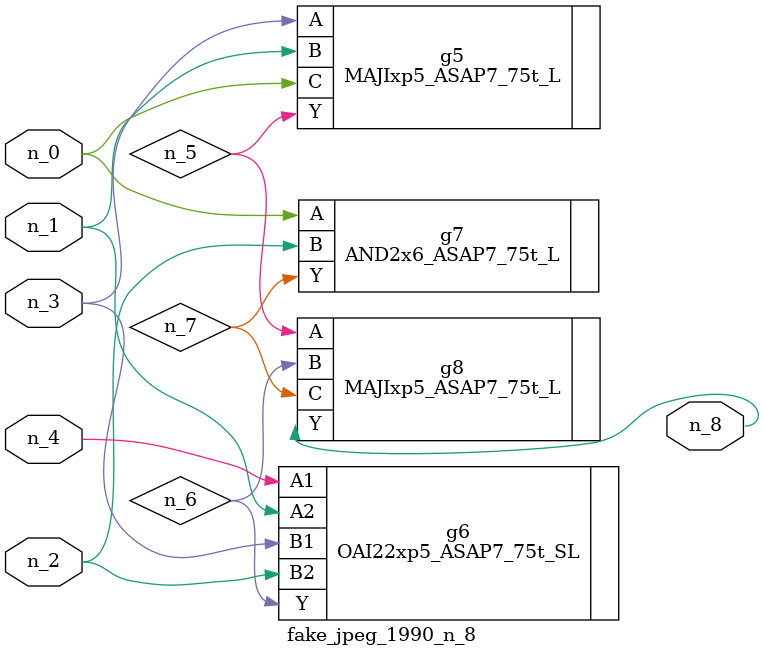
<source format=v>
module fake_jpeg_1990_n_8 (n_3, n_2, n_1, n_0, n_4, n_8);

input n_3;
input n_2;
input n_1;
input n_0;
input n_4;

output n_8;

wire n_6;
wire n_5;
wire n_7;

MAJIxp5_ASAP7_75t_L g5 ( 
.A(n_3),
.B(n_1),
.C(n_0),
.Y(n_5)
);

OAI22xp5_ASAP7_75t_SL g6 ( 
.A1(n_4),
.A2(n_1),
.B1(n_3),
.B2(n_2),
.Y(n_6)
);

AND2x6_ASAP7_75t_L g7 ( 
.A(n_0),
.B(n_2),
.Y(n_7)
);

MAJIxp5_ASAP7_75t_L g8 ( 
.A(n_5),
.B(n_6),
.C(n_7),
.Y(n_8)
);


endmodule
</source>
